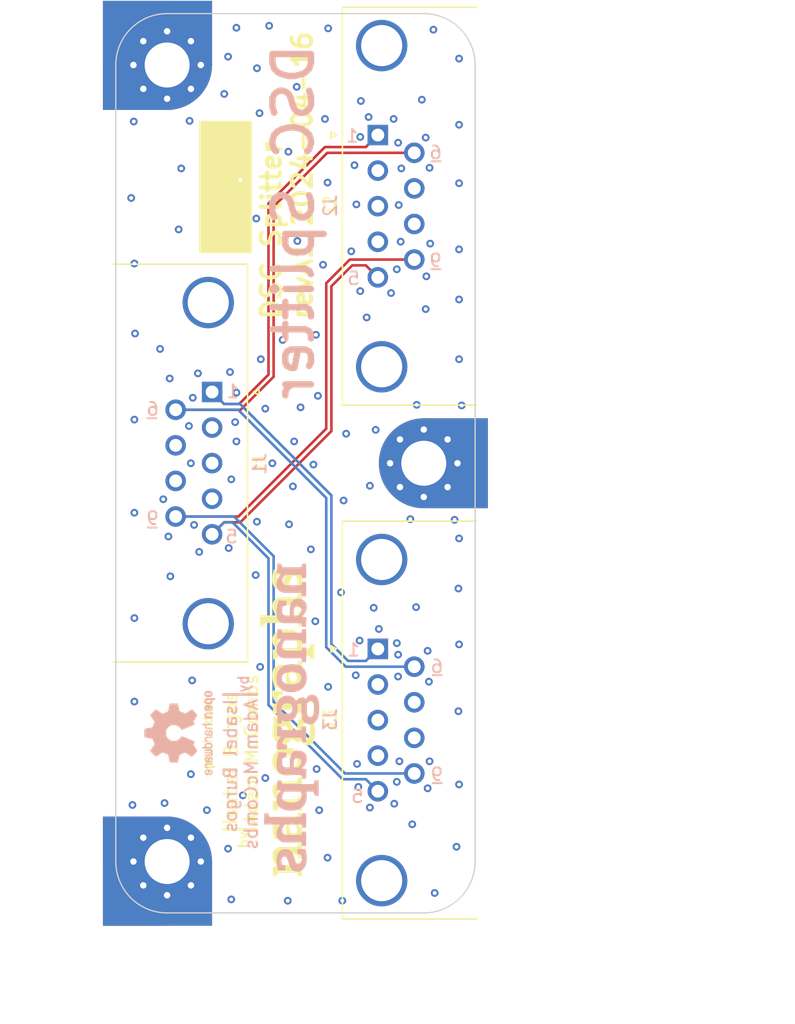
<source format=kicad_pcb>
(kicad_pcb (version 20240108) (generator "pcbnew") (generator_version "8.0")
  (layers (0 "F.Cu" signal) (1 "In1.Cu" power) (2 "In2.Cu" power) (31 "B.Cu" signal) (34 "B.Paste" user) (35 "F.Paste" user) (36 "B.SilkS" user "B.Silkscreen") (37 "F.SilkS" user "F.Silkscreen") (38 "B.Mask" user) (39 "F.Mask" user) (44 "Edge.Cuts" user))
  (net 0 "")
  (net 1 "GND")
  (net 2 "/A+")
  (net 3 "/A-")
  (net 4 "/B+")
  (net 6 "/B-")
  (footprint "Connector_Dsub:DSUB-9_Male_Horizontal_P2.77x2.84mm_EdgePinOffset4.94mm_Housed_MountingHolesOffset7.48mm" (layer "F.Cu") (at 137.815331 74.94 -90)
    (property "Reference" "J1" (at 5.54 -3.7 90) (layer "F.SilkS"))
    (property "Value" "DE9_Plug_MountingHoles")
    (pad "0" thru_hole circle (at -6.96 0.3 270) (size 4 4) (drill 3.2) (layers "*.Cu" "*.Mask") (net 1 "GND"))
    (pad "0" thru_hole circle (at 18.04 0.3 270) (size 4 4) (drill 3.2) (layers "*.Cu" "*.Mask") (net 1 "GND"))
    (pad "1" thru_hole rect (at 0 0 270) (size 1.6 1.6) (drill 1) (layers "*.Cu" "*.Mask") (net 2 "/A+"))
    (pad "2" thru_hole circle (at 2.77 0 270) (size 1.6 1.6) (drill 1) (layers "*.Cu" "*.Mask") (net 1 "GND"))
    (pad "3" thru_hole circle (at 5.54 0 270) (size 1.6 1.6) (drill 1) (layers "*.Cu" "*.Mask"))
    (pad "4" thru_hole circle (at 8.31 0 270) (size 1.6 1.6) (drill 1) (layers "*.Cu" "*.Mask") (net 1 "GND"))
    (pad "5" thru_hole circle (at 11.08 0 270) (size 1.6 1.6) (drill 1) (layers "*.Cu" "*.Mask") (net 6 "/B-"))
    (pad "6" thru_hole circle (at 1.385 2.84 270) (size 1.6 1.6) (drill 1) (layers "*.Cu" "*.Mask") (net 3 "/A-"))
    (pad "7" thru_hole circle (at 4.155 2.84 270) (size 1.6 1.6) (drill 1) (layers "*.Cu" "*.Mask"))
    (pad "8" thru_hole circle (at 6.925 2.84 270) (size 1.6 1.6) (drill 1) (layers "*.Cu" "*.Mask"))
    (pad "9" thru_hole circle (at 9.695 2.84 270) (size 1.6 1.6) (drill 1) (layers "*.Cu" "*.Mask") (net 4 "/B+"))
  )
  (footprint "OBI Components:MountingHole_3.5mm_Pad_Via_CrtYd_CoperOverCorner" (layer "F.Cu") (at 134.31 111.49 90)
    (property "Reference" "H3" (hide yes))
    (property "Value" "MountingHole")
    (pad "1" thru_hole circle (at -2.625 0 90) (size 0.8 0.8) (drill 0.5) (layers "*.Cu" "*.Mask"))
    (pad "1" connect rect (at -2.5 -0.75 90) (size 5 8.5) (layers "F.Cu" "F.Mask"))
    (pad "1" connect rect (at -2.5 -0.75 90) (size 5 8.5) (layers "B.Cu" "B.Mask"))
    (pad "1" thru_hole circle (at -1.856155 -1.856155 90) (size 0.8 0.8) (drill 0.5) (layers "*.Cu" "*.Mask"))
    (pad "1" thru_hole circle (at -1.856155 1.856155 90) (size 0.8 0.8) (drill 0.5) (layers "*.Cu" "*.Mask"))
    (pad "1" connect rect (at -0.750003 -2.5 180) (size 5 8.499994) (layers "F.Cu" "F.Mask"))
    (pad "1" connect rect (at -0.750003 -2.5 180) (size 5 8.499994) (layers "B.Cu" "B.Mask"))
    (pad "1" thru_hole circle (at 0 -2.625 90) (size 0.8 0.8) (drill 0.5) (layers "*.Cu" "*.Mask"))
    (pad "1" thru_hole circle (at 0 0 90) (size 7 7) (drill 3.5) (layers "*.Cu" "*.Mask"))
    (pad "1" thru_hole circle (at 0 2.625 90) (size 0.8 0.8) (drill 0.5) (layers "*.Cu" "*.Mask"))
    (pad "1" thru_hole circle (at 1.856155 -1.856155 90) (size 0.8 0.8) (drill 0.5) (layers "*.Cu" "*.Mask"))
    (pad "1" thru_hole circle (at 1.856155 1.856155 90) (size 0.8 0.8) (drill 0.5) (layers "*.Cu" "*.Mask"))
    (pad "1" thru_hole circle (at 2.625 0 90) (size 0.8 0.8) (drill 0.5) (layers "*.Cu" "*.Mask"))
  )
  (footprint "OBI Graphics:nanographs small" (layer "F.Cu") (at 143.81 100.49 90)
    (property "Reference" "REF**" (hide yes))
    (property "Value" "nanographs small" (hide yes))
  )
  (footprint "OBI Components:MountingHole_3.5mm_Pad_Via_CrtYd_CoperOverCorner" (layer "F.Cu") (at 134.31 49.49)
    (property "Reference" "H1" (hide yes))
    (property "Value" "MountingHole")
    (pad "1" thru_hole circle (at -2.625 0) (size 0.8 0.8) (drill 0.5) (layers "*.Cu" "*.Mask"))
    (pad "1" connect rect (at -2.5 -0.75) (size 5 8.5) (layers "F.Cu" "F.Mask"))
    (pad "1" connect rect (at -2.5 -0.75) (size 5 8.5) (layers "B.Cu" "B.Mask"))
    (pad "1" thru_hole circle (at -1.856155 -1.856155) (size 0.8 0.8) (drill 0.5) (layers "*.Cu" "*.Mask"))
    (pad "1" thru_hole circle (at -1.856155 1.856155) (size 0.8 0.8) (drill 0.5) (layers "*.Cu" "*.Mask"))
    (pad "1" connect rect (at -0.750003 -2.5 90) (size 5 8.499994) (layers "F.Cu" "F.Mask"))
    (pad "1" connect rect (at -0.750003 -2.5 90) (size 5 8.499994) (layers "B.Cu" "B.Mask"))
    (pad "1" thru_hole circle (at 0 -2.625) (size 0.8 0.8) (drill 0.5) (layers "*.Cu" "*.Mask"))
    (pad "1" thru_hole circle (at 0 0) (size 7 7) (drill 3.5) (layers "*.Cu" "*.Mask"))
    (pad "1" thru_hole circle (at 0 2.625) (size 0.8 0.8) (drill 0.5) (layers "*.Cu" "*.Mask"))
    (pad "1" thru_hole circle (at 1.856155 -1.856155) (size 0.8 0.8) (drill 0.5) (layers "*.Cu" "*.Mask"))
    (pad "1" thru_hole circle (at 1.856155 1.856155) (size 0.8 0.8) (drill 0.5) (layers "*.Cu" "*.Mask"))
    (pad "1" thru_hole circle (at 2.625 0) (size 0.8 0.8) (drill 0.5) (layers "*.Cu" "*.Mask"))
  )
  (footprint "Connector_Dsub:DSUB-9_Female_Horizontal_P2.77x2.84mm_EdgePinOffset4.94mm_Housed_MountingHolesOffset7.48mm" (layer "F.Cu") (at 150.729669 94.94 90)
    (property "Reference" "J3" (at -5.54 -3.7 270) (layer "F.SilkS"))
    (property "Value" "DE9_Receptacle_MountingHoles")
    (pad "0" thru_hole circle (at -18.04 0.3 90) (size 4 4) (drill 3.2) (layers "*.Cu" "*.Mask") (net 1 "GND"))
    (pad "0" thru_hole circle (at 6.96 0.3 90) (size 4 4) (drill 3.2) (layers "*.Cu" "*.Mask") (net 1 "GND"))
    (pad "1" thru_hole rect (at 0 0 90) (size 1.6 1.6) (drill 1) (layers "*.Cu" "*.Mask") (net 2 "/A+"))
    (pad "2" thru_hole circle (at -2.77 0 90) (size 1.6 1.6) (drill 1) (layers "*.Cu" "*.Mask") (net 1 "GND"))
    (pad "3" thru_hole circle (at -5.54 0 90) (size 1.6 1.6) (drill 1) (layers "*.Cu" "*.Mask"))
    (pad "4" thru_hole circle (at -8.31 0 90) (size 1.6 1.6) (drill 1) (layers "*.Cu" "*.Mask") (net 1 "GND"))
    (pad "5" thru_hole circle (at -11.08 0 90) (size 1.6 1.6) (drill 1) (layers "*.Cu" "*.Mask") (net 6 "/B-"))
    (pad "6" thru_hole circle (at -1.385 2.84 90) (size 1.6 1.6) (drill 1) (layers "*.Cu" "*.Mask") (net 3 "/A-"))
    (pad "7" thru_hole circle (at -4.155 2.84 90) (size 1.6 1.6) (drill 1) (layers "*.Cu" "*.Mask"))
    (pad "8" thru_hole circle (at -6.925 2.84 90) (size 1.6 1.6) (drill 1) (layers "*.Cu" "*.Mask"))
    (pad "9" thru_hole circle (at -9.695 2.84 90) (size 1.6 1.6) (drill 1) (layers "*.Cu" "*.Mask") (net 4 "/B+"))
  )
  (footprint "OBI Components:MountingHole_3.5mm_Pad_Via_CrtYd_CopperOverEdge" (layer "F.Cu") (at 154.31 80.49 -90)
    (property "Reference" "H2" (hide yes))
    (property "Value" "MountingHole")
    (pad "1" thru_hole circle (at -2.625 0 270) (size 0.8 0.8) (drill 0.5) (layers "*.Cu" "*.Mask"))
    (pad "1" thru_hole circle (at -1.856155 -1.856155 270) (size 0.8 0.8) (drill 0.5) (layers "*.Cu" "*.Mask"))
    (pad "1" thru_hole circle (at -1.856155 1.856155 270) (size 0.8 0.8) (drill 0.5) (layers "*.Cu" "*.Mask"))
    (pad "1" connect rect (at -0.000003 -2.5) (size 5 6.999994) (layers "F.Cu" "F.Mask"))
    (pad "1" connect rect (at -0.000003 -2.5) (size 5 6.999994) (layers "B.Cu" "B.Mask"))
    (pad "1" thru_hole circle (at 0 -2.625 270) (size 0.8 0.8) (drill 0.5) (layers "*.Cu" "*.Mask"))
    (pad "1" thru_hole circle (at 0 0 270) (size 7 7) (drill 3.5) (layers "*.Cu" "*.Mask"))
    (pad "1" thru_hole circle (at 0 2.625 270) (size 0.8 0.8) (drill 0.5) (layers "*.Cu" "*.Mask"))
    (pad "1" thru_hole circle (at 1.856155 -1.856155 270) (size 0.8 0.8) (drill 0.5) (layers "*.Cu" "*.Mask"))
    (pad "1" thru_hole circle (at 1.856155 1.856155 270) (size 0.8 0.8) (drill 0.5) (layers "*.Cu" "*.Mask"))
    (pad "1" thru_hole circle (at 2.625 0 270) (size 0.8 0.8) (drill 0.5) (layers "*.Cu" "*.Mask"))
  )
  (footprint "Symbol:OSHW-Logo2_7.3x6mm_SilkScreen" (layer "F.Cu") (at 135.31 101.489999 90)
    (property "Reference" "REF**" (hide yes))
    (property "Value" "OSHW-Logo2_7.3x6mm_SilkScreen" (hide yes))
  )
  (footprint "Connector_Dsub:DSUB-9_Female_Horizontal_P2.77x2.84mm_EdgePinOffset4.94mm_Housed_MountingHolesOffset7.48mm" (layer "F.Cu") (at 150.729669 54.94 90)
    (property "Reference" "J2" (at -5.54 -3.7 270) (layer "F.SilkS"))
    (property "Value" "DE9_Receptacle_MountingHoles")
    (pad "0" thru_hole circle (at -18.04 0.3 90) (size 4 4) (drill 3.2) (layers "*.Cu" "*.Mask") (net 1 "GND"))
    (pad "0" thru_hole circle (at 6.96 0.3 90) (size 4 4) (drill 3.2) (layers "*.Cu" "*.Mask") (net 1 "GND"))
    (pad "1" thru_hole rect (at 0 0 90) (size 1.6 1.6) (drill 1) (layers "*.Cu" "*.Mask") (net 2 "/A+"))
    (pad "2" thru_hole circle (at -2.77 0 90) (size 1.6 1.6) (drill 1) (layers "*.Cu" "*.Mask") (net 1 "GND"))
    (pad "3" thru_hole circle (at -5.54 0 90) (size 1.6 1.6) (drill 1) (layers "*.Cu" "*.Mask"))
    (pad "4" thru_hole circle (at -8.31 0 90) (size 1.6 1.6) (drill 1) (layers "*.Cu" "*.Mask") (net 1 "GND"))
    (pad "5" thru_hole circle (at -11.08 0 90) (size 1.6 1.6) (drill 1) (layers "*.Cu" "*.Mask") (net 6 "/B-"))
    (pad "6" thru_hole circle (at -1.385 2.84 90) (size 1.6 1.6) (drill 1) (layers "*.Cu" "*.Mask") (net 3 "/A-"))
    (pad "7" thru_hole circle (at -4.155 2.84 90) (size 1.6 1.6) (drill 1) (layers "*.Cu" "*.Mask"))
    (pad "8" thru_hole circle (at -6.925 2.84 90) (size 1.6 1.6) (drill 1) (layers "*.Cu" "*.Mask"))
    (pad "9" thru_hole circle (at -9.695 2.84 90) (size 1.6 1.6) (drill 1) (layers "*.Cu" "*.Mask") (net 4 "/B+"))
  )
  (footprint "Symbol:OSHW-Logo2_7.3x6mm_SilkScreen" (layer "B.Cu") (at 135.296543 101.489997 -90)
    (property "Reference" "REF**" (hide yes))
    (property "Value" "OSHW-Logo2_7.3x6mm_SilkScreen" (hide yes))
  )
  (footprint "OBI Graphics:nanographs small" (layer "B.Cu") (at 144.133844 100.448857 -90)
    (property "Reference" "REF**" (hide yes))
    (property "Value" "nanographs small" (hide yes))
  )
  (gr_line (start 154.91 56.99) (end 155.61 56.99) (stroke (width 0.15)) (layer "B.SilkS"))
  (gr_line (start 132.81 85.49) (end 133.51 85.49) (stroke (width 0.15)) (layer "B.SilkS"))
  (gr_line (start 154.91 65.39) (end 155.61 65.39) (stroke (width 0.15)) (layer "B.SilkS"))
  (gr_line (start 155.01 105.39) (end 155.71 105.39) (stroke (width 0.15)) (layer "B.SilkS"))
  (gr_line (start 155.01 96.99) (end 155.71 96.99) (stroke (width 0.15)) (layer "B.SilkS"))
  (gr_line (start 132.76 76.99) (end 133.46 76.99) (stroke (width 0.15)) (layer "B.SilkS"))
  (gr_line (start 141.31 98.49) (end 138.665 98.49) (stroke (width 0.2)) (layer "B.SilkS"))
  (gr_rect (start 136.92 53.9325) (end 140.81 64.0475) (stroke (width 0.2)) (fill solid) (layer "F.SilkS"))
  (gr_line (start 138.6875 108.99) (end 141.3325 108.99) (stroke (width 0.2)) (layer "F.SilkS"))
  (gr_arc (start 134.31 115.49) (mid 131.481573 114.318427) (end 130.31 111.49) (stroke (width 0.1)) (layer "Edge.Cuts"))
  (gr_arc (start 158.31 111.49) (mid 157.138427 114.318427) (end 154.31 115.49) (stroke (width 0.1)) (layer "Edge.Cuts"))
  (gr_arc (start 130.31 49.49) (mid 131.481573 46.661573) (end 134.31 45.49) (stroke (width 0.1)) (layer "Edge.Cuts"))
  (gr_line (start 158.31 49.49) (end 158.31 111.49) (stroke (width 0.1)) (layer "Edge.Cuts"))
  (gr_line (start 130.31 111.49) (end 130.31 49.49) (stroke (width 0.1)) (layer "Edge.Cuts"))
  (gr_arc (start 154.31 45.49) (mid 157.138427 46.661573) (end 158.31 49.49) (stroke (width 0.1)) (layer "Edge.Cuts"))
  (gr_line (start 134.31 45.49) (end 154.31 45.49) (stroke (width 0.1)) (layer "Edge.Cuts"))
  (gr_line (start 154.31 115.49) (end 134.31 115.49) (stroke (width 0.1)) (layer "Edge.Cuts"))
  (gr_text "5" (at 139.91 86.79 0) (layer "B.SilkS") (effects (font (size 1 1)) (justify left bottom mirror)))
  (gr_text "6" (at 132.61 84.089998 180) (layer "B.SilkS") (effects (font (size 1 1)) (justify left bottom mirror)))
  (gr_text "5" (at 149.71 106.99 0) (layer "B.SilkS") (effects (font (size 1 1)) (justify left bottom mirror)))
  (gr_text "9" (at 155.81 65.29 0) (layer "B.SilkS") (effects (font (size 1 1)) (justify left bottom mirror)))
  (gr_text "1" (at 149.41 95.59 0) (layer "B.SilkS") (effects (font (size 1 1)) (justify left bottom mirror)))
  (gr_text "J2" (at 147.61 59.49 90) (layer "B.SilkS") (effects (font (size 1 1)) (justify left bottom mirror)))
  (gr_text "J1" (at 142.11 79.59 90) (layer "B.SilkS") (effects (font (size 1 1)) (justify left bottom mirror)))
  (gr_text "1" (at 149.31 55.59 0) (layer "B.SilkS") (effects (font (size 1 1)) (justify left bottom mirror)))
  (gr_text "Isabel Burgos\nAdam McCombs\n" (at 138.665 98.75 90) (layer "B.SilkS") (effects (font (size 1 1)) (justify left top mirror)))
  (gr_text "9" (at 132.61 75.59 180) (layer "B.SilkS") (effects (font (size 1 1)) (justify left bottom mirror)))
  (gr_text "6" (at 155.91 96.89 0) (layer "B.SilkS") (effects (font (size 1 1)) (justify left bottom mirror)))
  (gr_text "9" (at 155.91 105.29 0) (layer "B.SilkS") (effects (font (size 1 1)) (justify left bottom mirror)))
  (gr_text "5" (at 149.41 66.69 0) (layer "B.SilkS") (effects (font (size 1 1)) (justify left bottom mirror)))
  (gr_text "by" (at 140.73 96.9 90) (layer "B.SilkS") (effects (font (size 0.8 0.8)) (justify left bottom mirror)))
  (gr_text "6" (at 155.81 56.89 0) (layer "B.SilkS") (effects (font (size 1 1)) (justify left bottom mirror)))
  (gr_text "DSC Splitter" (at 145.91 47.59 90) (layer "B.SilkS") (effects (font (size 3 3) (thickness 0.5) (bold yes)) (justify left bottom mirror)))
  (gr_text "1" (at 140.01 75.49 0) (layer "B.SilkS") (effects (font (size 1 1)) (justify left bottom mirror)))
  (gr_text "J3" (at 147.61 99.49 90) (layer "B.SilkS") (effects (font (size 1 1)) (justify left bottom mirror)))
  (gr_text "by" (at 140.7525 110.58 90) (layer "F.SilkS") (effects (font (size 0.8 0.8)) (justify left bottom)))
  (gr_text "DSC Splitter \nrevA1 2024-04-16" (at 145.716916 69.447138 90) (layer "F.SilkS") (effects (font (size 1.5 1.5) (thickness 0.3) (bold yes)) (justify left bottom)))
  (gr_text "Isabel Burgos\nAdam McCombs\n" (at 138.6875 108.73 90) (layer "F.SilkS") (effects (font (size 1 1)) (justify left top)))
  (via (at 131.71 53.89) (size 0.6) (drill 0.3) (layers "F.Cu" "B.Cu") (net 1))
  (via (at 150.11 107.29) (size 0.6) (drill 0.3) (layers "F.Cu" "B.Cu") (net 1))
  (via (at 144.41 51.19) (size 0.6) (drill 0.3) (layers "F.Cu" "B.Cu") (net 1))
  (via (at 148.91 57.29) (size 0.6) (drill 0.3) (layers "F.Cu" "B.Cu") (net 1))
  (via (at 153.76 75.94) (size 0.6) (drill 0.3) (layers "F.Cu" "B.Cu") (net 1))
  (via (at 157.06 105.49) (size 0.6) (drill 0.3) (layers "F.Cu" "B.Cu") (net 1))
  (via (at 156.86 110.34) (size 0.6) (drill 0.3) (layers "F.Cu" "B.Cu") (net 1))
  (via (at 149.11 103.89) (size 0.6) (drill 0.3) (layers "F.Cu" "B.Cu") (net 1))
  (via (at 146.06 75.24) (size 0.6) (drill 0.3) (layers "F.Cu" "B.Cu") (net 1))
  (via (at 157.06 48.99) (size 0.6) (drill 0.3) (layers "F.Cu" "B.Cu") (net 1))
  (via (at 135.21 62.29) (size 0.6) (drill 0.3) (layers "F.Cu" "B.Cu") (net 1))
  (via (at 154.76 103.69) (size 0.6) (drill 0.3) (layers "F.Cu" "B.Cu") (net 1))
  (via (at 131.76 77.09) (size 0.6) (drill 0.3) (layers "F.Cu" "B.Cu") (net 1))
  (via (at 141.96 104.99) (size 0.6) (drill 0.3) (layers "F.Cu" "B.Cu") (net 1))
  (via (at 157.06 72.39) (size 0.6) (drill 0.3) (layers "F.Cu" "B.Cu") (net 1))
  (via (at 150.01 53.54) (size 0.6) (drill 0.3) (layers "F.Cu" "B.Cu") (net 1))
  (via (at 145.91 70.49) (size 0.6) (drill 0.3) (layers "F.Cu" "B.Cu") (net 1))
  (via (at 152.36 60.39) (size 0.6) (drill 0.3) (layers "F.Cu" "B.Cu") (net 1))
  (via (at 143.81 85.24) (size 0.6) (drill 0.3) (layers "F.Cu" "B.Cu") (net 1))
  (via (at 157.06 67.74) (size 0.6) (drill 0.3) (layers "F.Cu" "B.Cu") (net 1))
  (via (at 146.86 97.89) (size 0.6) (drill 0.3) (layers "F.Cu" "B.Cu") (net 1))
  (via (at 141.61 72.39) (size 0.6) (drill 0.3) (layers "F.Cu" "B.Cu") (net 1))
  (via (at 154.46 55.14) (size 0.6) (drill 0.3) (layers "F.Cu" "B.Cu") (net 1))
  (via (at 151.96 53.69) (size 0.6) (drill 0.3) (layers "F.Cu" "B.Cu") (net 1))
  (via (at 134.11 106.94) (size 0.6) (drill 0.3) (layers "F.Cu" "B.Cu") (net 1))
  (via (at 146.81 58.64) (size 0.6) (drill 0.3) (layers "F.Cu" "B.Cu") (net 1))
  (via (at 136.16 104.69) (size 0.6) (drill 0.3) (layers "F.Cu" "B.Cu") (net 1))
  (via (at 142.51 80.49) (size 0.6) (drill 0.3) (layers "F.Cu" "B.Cu") (net 1))
  (via (at 148.06 83.39) (size 0.6) (drill 0.3) (layers "F.Cu" "B.Cu") (net 1))
  (via (at 145.96 104.29) (size 0.6) (drill 0.3) (layers "F.Cu" "B.Cu") (net 1))
  (via (at 136.81 87.39) (size 0.6) (drill 0.3) (layers "F.Cu" "B.Cu") (net 1))
  (via (at 131.51 59.84) (size 0.6) (drill 0.3) (layers "F.Cu" "B.Cu") (net 1))
  (via (at 139.11 87.09) (size 0.6) (drill 0.3) (layers "F.Cu" "B.Cu") (net 1))
  (via (at 157.06 94.59) (size 0.6) (drill 0.3) (layers "F.Cu" "B.Cu") (net 1))
  (via (at 154.51 65.94) (size 0.6) (drill 0.3) (layers "F.Cu" "B.Cu") (net 1))
  (via (at 144.46 63.19) (size 0.6) (drill 0.3) (layers "F.Cu" "B.Cu") (net 1))
  (via (at 149.06 60.34) (size 0.6) (drill 0.3) (layers "F.Cu" "B.Cu") (net 1))
  (via (at 152.31 95.39) (size 0.6) (drill 0.3) (layers "F.Cu" "B.Cu") (net 1))
  (via (at 141.96 76.24) (size 0.6) (drill 0.3) (layers "F.Cu" "B.Cu") (net 1))
  (via (at 136.16 80.49) (size 0.6) (drill 0.3) (layers "F.Cu" "B.Cu") (net 1))
  (via (at 139.61 77.29) (size 0.6) (drill 0.3) (layers "F.Cu" "B.Cu") (net 1))
  (via (at 149.86 69.14) (size 0.6) (drill 0.3) (layers "F.Cu" "B.Cu") (net 1))
  (via (at 157.01 99.79) (size 0.6) (drill 0.3) (layers "F.Cu" "B.Cu") (net 1))
  (via (at 140.01 58.44) (size 0.6) (drill 0.3) (layers "F.Cu" "B.Cu") (net 1))
  (via (at 153.41 108.59) (size 0.6) (drill 0.3) (layers "F.Cu" "B.Cu") (net 1))
  (via (at 131.81 70.39) (size 0.6) (drill 0.3) (layers "F.Cu" "B.Cu") (net 1))
  (via (at 149.01 96.99) (size 0.6) (drill 0.3) (layers "F.Cu" "B.Cu") (net 1))
  (via (at 139.71 74.99) (size 0.6) (drill 0.3) (layers "F.Cu" "B.Cu") (net 1))
  (via (at 149.36 67.09) (size 0.6) (drill 0.3) (layers "F.Cu" "B.Cu") (net 1))
  (via (at 154.61 95.09) (size 0.6) (drill 0.3) (layers "F.Cu" "B.Cu") (net 1))
  (via (at 136.71 73.49) (size 0.6) (drill 0.3) (layers "F.Cu" "B.Cu") (net 1))
  (via (at 152.41 103.69) (size 0.6) (drill 0.3) (layers "F.Cu" "B.Cu") (net 1))
  (via (at 136.31 75.39) (size 0.6) (drill 0.3) (layers "F.Cu" "B.Cu") (net 1))
  (via (at 134.01 83.29) (size 0.6) (drill 0.3) (layers "F.Cu" "B.Cu") (net 1))
  (via (at 152.21 105.29) (size 0.6) (drill 0.3) (layers "F.Cu" "B.Cu") (net 1))
  (via (at 145.51 87.19) (size 0.6) (drill 0.3) (layers "F.Cu" "B.Cu") (net 1))
  (via (at 150.11 82.24) (size 0.6) (drill 0.3) (layers "F.Cu" "B.Cu") (net 1))
  (via (at 145.71 80.59) (size 0.6) (drill 0.3) (layers "F.Cu" "B.Cu") (net 1))
  (via (at 138.76 51.74) (size 0.6) (drill 0.3) (layers "F.Cu" "B.Cu") (net 1))
  (via (at 148.66 63.99) (size 0.6) (drill 0.3) (layers "F.Cu" "B.Cu") (net 1))
  (via (at 134.41 86.19) (size 0.6) (drill 0.3) (layers "F.Cu" "B.Cu") (net 1))
  (via (at 146.16 107.49) (size 0.6) (drill 0.3) (layers "F.Cu" "B.Cu") (net 1))
  (via (at 139.06 48.84) (size 0.6) (drill 0.3) (layers "F.Cu" "B.Cu") (net 1))
  (via (at 141.21 89.19) (size 0.6) (drill 0.3) (layers "F.Cu" "B.Cu") (net 1))
  (via (at 147.96 114.54) (size 0.6) (drill 0.3) (layers "F.Cu" "B.Cu") (net 1))
  (via (at 131.76 64.94) (size 0.6) (drill 0.3) (layers "F.Cu" "B.Cu") (net 1))
  (via (at 131.76 92.54) (size 0.6) (drill 0.3) (layers "F.Cu" "B.Cu") (net 1))
  (via (at 157.06 63.84) (size 0.6) (drill 0.3) (layers "F.Cu" "B.Cu") (net 1))
  (via (at 157.26 75.99) (size 0.6) (drill 0.3) (layers "F.Cu" "B.Cu") (net 1))
  (via (at 131.61 107.09) (size 0.6) (drill 0.3) (layers "F.Cu" "B.Cu") (net 1))
  (via (at 144.71 76.14) (size 0.6) (drill 0.3) (layers "F.Cu" "B.Cu") (net 1))
  (via (at 153.71 91.69) (size 0.6) (drill 0.3) (layers "F.Cu" "B.Cu") (net 1))
  (via (at 157.06 86.34) (size 0.6) (drill 0.3) (layers "F.Cu" "B.Cu") (net 1))
  (via (at 139.31 114.44) (size 0.6) (drill 0.3) (layers "F.Cu" "B.Cu") (net 1))
  (via (at 149.21 105.685001) (size 0.6) (drill 0.3) (layers "F.Cu" "B.Cu") (net 1))
  (via (at 131.76 84.34) (size 0.6) (drill 0.3) (layers "F.Cu" "B.Cu") (net 1))
  (via (at 143.71 114.54) (size 0.6) (drill 0.3) (layers "F.Cu" "B.Cu") (net 1))
  (via (at 155.16 113.94) (size 0.6) (drill 0.3) (layers "F.Cu" "B.Cu") (net 1))
  (via (at 142.26 46.44) (size 0.6) (drill 0.3) (layers "F.Cu" "B.Cu") (net 1))
  (via (at 139.06 110.49) (size 0.6) (drill 0.3) (layers "F.Cu" "B.Cu") (net 1))
  (via (at 152.51 63.24) (size 0.6) (drill 0.3) (layers "F.Cu" "B.Cu") (net 1))
  (via (at 146.81 111.19) (size 0.6) (drill 0.3) (layers "F.Cu" "B.Cu") (net 1))
  (via (at 145.86 92.79) (size 0.6) (drill 0.3) (layers "F.Cu" "B.Cu") (net 1))
  (via (at 152.21 94.49) (size 0.6) (drill 0.3) (layers "F.Cu" "B.Cu") (net 1))
  (via (at 152.31 97.09) (size 0.6) (drill 0.3) (layers "F.Cu" "B.Cu") (net 1))
  (via (at 152.31 55.54) (size 0.6) (drill 0.3) (layers "F.Cu" "B.Cu") (net 1))
  (via (at 141.51 53.24) (size 0.6) (drill 0.3) (layers "F.Cu" "B.Cu") (net 1))
  (via (at 144.11 82.29) (size 0.6) (drill 0.3) (layers "F.Cu" "B.Cu") (net 1))
  (via (at 131.76 99.04) (size 0.6) (drill 0.3) (layers "F.Cu" "B.Cu") (net 1))
  (via (at 139.31 81.74) (size 0.6) (drill 0.3) (layers "F.Cu" "B.Cu") (net 1))
  (via (at 134.56 89.29) (size 0.6) (drill 0.3) (layers "F.Cu" "B.Cu") (net 1))
  (via (at 150.56 77.89) (size 0.6) (drill 0.3) (layers "F.Cu" "B.Cu") (net 1))
  (via (at 140.21 106.34) (size 0.6) (drill 0.3) (layers "F.Cu" "B.Cu") (net 1))
  (via (at 147.86 90.54) (size 0.6) (drill 0.3) (layers "F.Cu" "B.Cu") (net 1))
  (via (at 143.31 70.89) (size 0.6) (drill 0.3) (layers "F.Cu" "B.Cu") (net 1))
  (via (at 157.06 58.69) (size 0.6) (drill 0.3) (layers "F.Cu" "B.Cu") (net 1))
  (via (at 149.36 55.09) (size 0.6) (drill 0.3) (layers "F.Cu" "B.Cu") (net 1))
  (via (at 155.06 46.74) (size 0.6) (drill 0.3) (layers "F.Cu" "B.Cu") (net 1))
  (via (at 149.41 52.29) (size 0.6) (drill 0.3) (layers "F.Cu" "B.Cu") (net 1))
  (via (at 157.06 54.14) (size 0.6) (drill 0.3) (layers "F.Cu" "B.Cu") (net 1))
  (via (at 136.01 77.59) (size 0.6) (drill 0.3) (layers "F.Cu" "B.Cu") (net 1))
  (via (at 143.76 56.24) (size 0.6) (drill 0.3) (layers "F.Cu" "B.Cu") (net 1))
  (via (at 152.56 57.54) (size 0.6) (drill 0.3) (layers "F.Cu" "B.Cu") (net 1))
  (via (at 146.61 53.69) (size 0.6) (drill 0.3) (layers "F.Cu" "B.Cu") (net 1))
  (via (at 151.76 67.24) (size 0.6) (drill 0.3) (layers "F.Cu" "B.Cu") (net 1))
  (via (at 154.61 105.79) (size 0.6) (drill 0.3) (layers "F.Cu" "B.Cu") (net 1))
  (via (at 136.41 85.29) (size 0.6) (drill 0.3) (layers "F.Cu" "B.Cu") (net 1))
  (via (at 141.31 49.74) (size 0.6) (drill 0.3) (layers "F.Cu" "B.Cu") (net 1))
  (via (at 141.26 61.44) (size 0.6) (drill 0.3) (layers "F.Cu" "B.Cu") (net 1))
  (via (at 133.76 71.59) (size 0.6) (drill 0.3) (layers "F.Cu" "B.Cu") (net 1))
  (via (at 139.21 73.39) (size 0.6) (drill 0.3) (layers "F.Cu" "B.Cu") (net 1))
  (via (at 150.81 93.39) (size 0.6) (drill 0.3) (layers "F.Cu" "B.Cu") (net 1))
  (via (at 134.51 73.89) (size 0.6) (drill 0.3) (layers "F.Cu" "B.Cu") (net 1))
  (via (at 152.01 106.99) (size 0.6) (drill 0.3) (layers "F.Cu" "B.Cu") (net 1))
  (via (at 141.31 85.04) (size 0.6) (drill 0.3) (layers "F.Cu" "B.Cu") (net 1))
  (via (at 150.41 91.74) (size 0.6) (drill 0.3) (layers "F.Cu" "B.Cu") (net 1))
  (via (at 146.46 65.04) (size 0.6) (drill 0.3) (layers "F.Cu" "B.Cu") (net 1))
  (via (at 157.01 90.24) (size 0.6) (drill 0.3) (layers "F.Cu" "B.Cu") (net 1))
  (via (at 154.16 52.19) (size 0.6) (drill 0.3) (layers "F.Cu" "B.Cu") (net 1))
  (via (at 154.76 57.49) (size 0.6) (drill 0.3) (layers "F.Cu" "B.Cu") (net 1))
  (via (at 139.71 46.59) (size 0.6) (drill 0.3) (layers "F.Cu" "B.Cu") (net 1))
  (via (at 154.46 68.49) (size 0.6) (drill 0.3) (layers "F.Cu" "B.Cu") (net 1))
  (via (at 148.26 78.19) (size 0.6) (drill 0.3) (layers "F.Cu" "B.Cu") (net 1))
  (via (at 136.26 97.39) (size 0.6) (drill 0.3) (layers "F.Cu" "B.Cu") (net 1))
  (via (at 135.41 57.54) (size 0.6) (drill 0.3) (layers "F.Cu" "B.Cu") (net 1))
  (via (at 137.41 107.49) (size 0.6) (drill 0.3) (layers "F.Cu" "B.Cu") (net 1))
  (via (at 149.31 94.29) (size 0.6) (drill 0.3) (layers "F.Cu" "B.Cu") (net 1))
  (via (at 154.71 97.49) (size 0.6) (drill 0.3) (layers "F.Cu" "B.Cu") (net 1))
  (via (at 144.21 78.79) (size 0.6) (drill 0.3) (layers "F.Cu" "B.Cu") (net 1))
  (via (at 154.81 63.39) (size 0.6) (drill 0.3) (layers "F.Cu" "B.Cu") (net 1))
  (via (at 141.56 96.34) (size 0.6) (drill 0.3) (layers "F.Cu" "B.Cu") (net 1))
  (via (at 136.06 53.84) (size 0.6) (drill 0.3) (layers "F.Cu" "B.Cu") (net 1))
  (via (at 153.26 84.84) (size 0.6) (drill 0.3) (layers "F.Cu" "B.Cu") (net 1))
  (via (at 139.71 78.79) (size 0.6) (drill 0.3) (layers "F.Cu" "B.Cu") (net 1))
  (via (at 156.71 84.89) (size 0.6) (drill 0.3) (layers "F.Cu" "B.Cu") (net 1))
  (via (at 152.21 65.39) (size 0.6) (drill 0.3) (layers "F.Cu" "B.Cu") (net 1))
  (via (at 146.86 46.64) (size 0.6) (drill 0.3) (layers "F.Cu" "B.Cu") (net 1))
  (segment (start 146.606801 55.874999) (end 142.21 60.2718) (width 0.2) (layer "F.Cu") (net 2))
  (segment (start 149.79467 55.874999) (end 146.606801 55.874999) (width 0.2) (layer "F.Cu") (net 2))
  (segment (start 150.729669 54.94) (end 149.79467 55.874999) (width 0.2) (layer "F.Cu") (net 2))
  (segment (start 138.75033 75.874999) (end 137.815331 74.94) (width 0.2) (layer "F.Cu") (net 2))
  (segment (start 139.925001 75.874999) (end 138.75033 75.874999) (width 0.2) (layer "F.Cu") (net 2))
  (segment (start 142.21 73.59) (end 139.925001 75.874999) (width 0.2) (layer "F.Cu") (net 2))
  (segment (start 142.21 60.2718) (end 142.21 73.59) (width 0.2) (layer "F.Cu") (net 2))
  (segment (start 149.79467 95.874999) (end 148.413199 95.874999) (width 0.2) (layer "B.Cu") (net 2))
  (segment (start 147.11 94.5718) (end 147.11 82.99) (width 0.2) (layer "B.Cu") (net 2))
  (segment (start 147.11 82.99) (end 139.994999 75.874999) (width 0.2) (layer "B.Cu") (net 2))
  (segment (start 150.729669 94.94) (end 149.79467 95.874999) (width 0.2) (layer "B.Cu") (net 2))
  (segment (start 148.413199 95.874999) (end 147.11 94.5718) (width 0.2) (layer "B.Cu") (net 2))
  (segment (start 138.75033 75.874999) (end 137.815331 74.94) (width 0.2) (layer "B.Cu") (net 2))
  (segment (start 139.994999 75.874999) (end 138.75033 75.874999) (width 0.2) (layer "B.Cu") (net 2))
  (segment (start 146.7932 56.325) (end 142.61 60.5082) (width 0.2) (layer "F.Cu") (net 3))
  (segment (start 140.040685 76.325) (end 134.975331 76.325) (width 0.2) (layer "F.Cu") (net 3))
  (segment (start 142.61 60.5082) (end 142.61 73.755686) (width 0.2) (layer "F.Cu") (net 3))
  (segment (start 153.569669 56.325) (end 146.7932 56.325) (width 0.2) (layer "F.Cu") (net 3))
  (segment (start 142.61 73.755686) (end 140.040685 76.325) (width 0.2) (layer "F.Cu") (net 3))
  (segment (start 148.2268 96.325) (end 146.71 94.8082) (width 0.2) (layer "B.Cu") (net 3))
  (segment (start 146.71 83.19) (end 139.845 76.325) (width 0.2) (layer "B.Cu") (net 3))
  (segment (start 153.569669 96.325) (end 148.2268 96.325) (width 0.2) (layer "B.Cu") (net 3))
  (segment (start 146.71 94.8082) (end 146.71 83.19) (width 0.2) (layer "B.Cu") (net 3))
  (segment (start 139.845 76.325) (end 134.975331 76.325) (width 0.2) (layer "B.Cu") (net 3))
  (segment (start 153.569669 64.635) (end 148.5468 64.635) (width 0.2) (layer "F.Cu") (net 4))
  (segment (start 139.865 84.635) (end 134.975331 84.635) (width 0.2) (layer "F.Cu") (net 4))
  (segment (start 146.71 66.4718) (end 146.71 77.79) (width 0.2) (layer "F.Cu") (net 4))
  (segment (start 146.71 77.79) (end 139.865 84.635) (width 0.2) (layer "F.Cu") (net 4))
  (segment (start 148.5468 64.635) (end 146.71 66.4718) (width 0.2) (layer "F.Cu") (net 4))
  (segment (start 148.1732 104.635) (end 153.569669 104.635) (width 0.2) (layer "B.Cu") (net 4))
  (segment (start 142.61 99.0718) (end 148.1732 104.635) (width 0.2) (layer "B.Cu") (net 4))
  (segment (start 139.520686 84.635) (end 142.61 87.724314) (width 0.2) (layer "B.Cu") (net 4))
  (segment (start 134.975331 84.635) (end 139.520686 84.635) (width 0.2) (layer "B.Cu") (net 4))
  (segment (start 142.61 87.724314) (end 142.61 99.0718) (width 0.2) (layer "B.Cu") (net 4))
  (segment (start 148.733199 65.085001) (end 147.11 66.7082) (width 0.2) (layer "F.Cu") (net 6))
  (segment (start 147.11 77.99) (end 140.014999 85.085001) (width 0.2) (layer "F.Cu") (net 6))
  (segment (start 140.014999 85.085001) (end 138.75033 85.085001) (width 0.2) (layer "F.Cu") (net 6))
  (segment (start 138.75033 85.085001) (end 137.815331 86.02) (width 0.2) (layer "F.Cu") (net 6))
  (segment (start 147.11 66.7082) (end 147.11 77.99) (width 0.2) (layer "F.Cu") (net 6))
  (segment (start 150.729669 66.02) (end 149.79467 65.085001) (width 0.2) (layer "F.Cu") (net 6))
  (segment (start 149.79467 65.085001) (end 148.733199 65.085001) (width 0.2) (layer "F.Cu") (net 6))
  (segment (start 142.21 87.89) (end 142.21 99.3082) (width 0.2) (layer "B.Cu") (net 6))
  (segment (start 139.405001 85.085001) (end 142.21 87.89) (width 0.2) (layer "B.Cu") (net 6))
  (segment (start 149.79467 105.085001) (end 150.729669 106.02) (width 0.2) (layer "B.Cu") (net 6))
  (segment (start 137.815331 86.02) (end 138.75033 85.085001) (width 0.2) (layer "B.Cu") (net 6))
  (segment (start 142.21 99.3082) (end 147.986801 105.085001) (width 0.2) (layer "B.Cu") (net 6))
  (segment (start 147.986801 105.085001) (end 149.79467 105.085001) (width 0.2) (layer "B.Cu") (net 6))
  (segment (start 138.75033 85.085001) (end 139.405001 85.085001) (width 0.2) (layer "B.Cu") (net 6))
)
</source>
